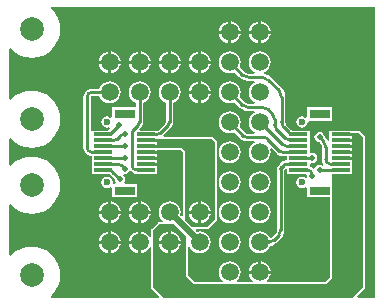
<source format=gtl>
G04*
G04 #@! TF.GenerationSoftware,Altium Limited,Altium Designer,18.1.7 (191)*
G04*
G04 Layer_Physical_Order=1*
G04 Layer_Color=255*
%FSLAX24Y24*%
%MOIN*%
G70*
G01*
G75*
%ADD14C,0.0236*%
%ADD16C,0.0100*%
%ADD17C,0.0100*%
%ADD18R,0.0630X0.0118*%
%ADD19R,0.0709X0.0315*%
%ADD20C,0.0200*%
%ADD21C,0.0591*%
%ADD22C,0.0787*%
%ADD23C,0.0200*%
G36*
X12350Y150D02*
X11766D01*
X11747Y196D01*
X12000Y450D01*
X12016Y473D01*
X12021Y500D01*
X12021Y5500D01*
X12016Y5527D01*
X12000Y5550D01*
X11850Y5700D01*
X11827Y5716D01*
X11800Y5721D01*
X11594D01*
X11585Y5720D01*
X10824D01*
Y5381D01*
X10774Y5371D01*
X10767Y5388D01*
X10700Y5475D01*
X10700Y5475D01*
X10671Y5513D01*
X10660Y5566D01*
X10623Y5623D01*
X10566Y5660D01*
X10500Y5673D01*
X10434Y5660D01*
X10377Y5623D01*
X10340Y5566D01*
X10327Y5500D01*
X10340Y5434D01*
X10377Y5377D01*
X10434Y5340D01*
X10500Y5327D01*
X10500Y5327D01*
X10526Y5301D01*
X10527Y5300D01*
X10565Y5244D01*
X10578Y5178D01*
X10578Y5176D01*
Y4756D01*
X10578Y4756D01*
X10587Y4686D01*
X10614Y4620D01*
X10597Y4560D01*
X10587Y4556D01*
X10566Y4570D01*
X10500Y4583D01*
X10434Y4570D01*
X10377Y4532D01*
X10340Y4476D01*
X10339Y4470D01*
X10306Y4458D01*
X10285Y4456D01*
X10233Y4495D01*
X10176Y4519D01*
Y4593D01*
X10226Y4634D01*
X10247Y4630D01*
X10313Y4643D01*
X10369Y4681D01*
X10407Y4737D01*
X10420Y4803D01*
X10407Y4869D01*
X10369Y4926D01*
X10313Y4963D01*
X10247Y4976D01*
X10226Y4972D01*
X10176Y5013D01*
Y5265D01*
Y5720D01*
X9613D01*
X9597Y5723D01*
X9556Y5750D01*
X9556Y5750D01*
X9390Y5916D01*
X9390Y5917D01*
X9362Y5958D01*
X9352Y6007D01*
X9352D01*
Y6846D01*
X9354D01*
X9339Y6955D01*
X9297Y7058D01*
X9229Y7145D01*
X9229Y7144D01*
X8874Y7499D01*
X8875Y7500D01*
X8788Y7567D01*
X8685Y7609D01*
X8652Y7614D01*
X8645Y7665D01*
X8684Y7681D01*
X8761Y7739D01*
X8819Y7816D01*
X8856Y7905D01*
X8868Y8000D01*
X8856Y8095D01*
X8819Y8184D01*
X8761Y8261D01*
X8684Y8319D01*
X8595Y8356D01*
X8500Y8368D01*
X8405Y8356D01*
X8316Y8319D01*
X8239Y8261D01*
X8181Y8184D01*
X8144Y8095D01*
X8132Y8000D01*
X8144Y7905D01*
X8181Y7816D01*
X8239Y7739D01*
X8316Y7681D01*
X8336Y7672D01*
X8327Y7622D01*
X8124D01*
X8122Y7622D01*
X8056Y7635D01*
X8000Y7673D01*
X7999Y7674D01*
X7830Y7843D01*
X7856Y7905D01*
X7868Y8000D01*
X7856Y8095D01*
X7819Y8184D01*
X7761Y8261D01*
X7684Y8319D01*
X7595Y8356D01*
X7500Y8368D01*
X7405Y8356D01*
X7316Y8319D01*
X7239Y8261D01*
X7181Y8184D01*
X7144Y8095D01*
X7132Y8000D01*
X7144Y7905D01*
X7181Y7816D01*
X7239Y7739D01*
X7316Y7681D01*
X7405Y7644D01*
X7500Y7632D01*
X7595Y7644D01*
X7657Y7670D01*
X7826Y7501D01*
X7825Y7500D01*
X7912Y7433D01*
X8015Y7391D01*
X8124Y7376D01*
Y7378D01*
X8327D01*
X8336Y7328D01*
X8316Y7319D01*
X8239Y7261D01*
X8181Y7184D01*
X8144Y7095D01*
X8132Y7000D01*
X8144Y6905D01*
X8181Y6816D01*
X8239Y6739D01*
X8316Y6681D01*
X8336Y6672D01*
X8327Y6622D01*
X8104D01*
Y6623D01*
X8055Y6632D01*
X8013Y6660D01*
X8013Y6660D01*
X7830Y6843D01*
X7856Y6905D01*
X7868Y7000D01*
X7856Y7095D01*
X7819Y7184D01*
X7761Y7261D01*
X7684Y7319D01*
X7595Y7356D01*
X7500Y7368D01*
X7405Y7356D01*
X7316Y7319D01*
X7239Y7261D01*
X7181Y7184D01*
X7144Y7095D01*
X7132Y7000D01*
X7144Y6905D01*
X7181Y6816D01*
X7239Y6739D01*
X7316Y6681D01*
X7405Y6644D01*
X7500Y6632D01*
X7595Y6644D01*
X7657Y6670D01*
X7840Y6487D01*
X7840Y6487D01*
X7840Y6486D01*
X7917Y6427D01*
X8007Y6390D01*
X8104Y6377D01*
Y6378D01*
X8327D01*
X8336Y6328D01*
X8316Y6319D01*
X8239Y6261D01*
X8181Y6184D01*
X8144Y6095D01*
X8132Y6000D01*
X8144Y5905D01*
X8181Y5816D01*
X8239Y5739D01*
X8316Y5681D01*
X8336Y5672D01*
X8327Y5622D01*
X8112D01*
X8062Y5623D01*
X8043Y5631D01*
X8007Y5666D01*
X7830Y5843D01*
X7856Y5905D01*
X7868Y6000D01*
X7856Y6095D01*
X7819Y6184D01*
X7761Y6261D01*
X7684Y6319D01*
X7595Y6356D01*
X7500Y6368D01*
X7405Y6356D01*
X7316Y6319D01*
X7239Y6261D01*
X7181Y6184D01*
X7144Y6095D01*
X7132Y6000D01*
X7144Y5905D01*
X7181Y5816D01*
X7239Y5739D01*
X7316Y5681D01*
X7405Y5644D01*
X7500Y5632D01*
X7595Y5644D01*
X7657Y5670D01*
X7870Y5457D01*
X7870Y5457D01*
X7926Y5414D01*
X7992Y5387D01*
X8062Y5378D01*
X8062Y5378D01*
X8327D01*
X8336Y5328D01*
X8316Y5319D01*
X8239Y5261D01*
X8181Y5184D01*
X8144Y5095D01*
X8132Y5000D01*
X8144Y4905D01*
X8181Y4816D01*
X8239Y4739D01*
X8316Y4681D01*
X8405Y4644D01*
X8500Y4632D01*
X8595Y4644D01*
X8684Y4681D01*
X8761Y4739D01*
X8819Y4816D01*
X8856Y4905D01*
X8868Y5000D01*
X8856Y5095D01*
X8852Y5104D01*
X8895Y5132D01*
X9070Y4957D01*
X9070Y4957D01*
X9126Y4914D01*
X9192Y4887D01*
X9262Y4878D01*
X9262Y4878D01*
X9406D01*
Y4769D01*
X9378Y4731D01*
X9292Y4714D01*
X9219Y4665D01*
X9220Y4664D01*
X9220Y4664D01*
X9178Y4621D01*
X9141Y4587D01*
X9141Y4587D01*
X9093Y4514D01*
X9076Y4429D01*
X9078D01*
Y2399D01*
X9077D01*
X9068Y2355D01*
X9043Y2316D01*
X9043Y2316D01*
X8917Y2190D01*
X8884Y2157D01*
X8822Y2176D01*
X8819Y2184D01*
X8761Y2261D01*
X8684Y2319D01*
X8595Y2356D01*
X8500Y2368D01*
X8405Y2356D01*
X8316Y2319D01*
X8239Y2261D01*
X8181Y2184D01*
X8144Y2095D01*
X8132Y2000D01*
X8144Y1905D01*
X8181Y1816D01*
X8239Y1739D01*
X8316Y1681D01*
X8405Y1644D01*
X8500Y1632D01*
X8595Y1644D01*
X8684Y1681D01*
X8761Y1739D01*
X8819Y1816D01*
X8847Y1883D01*
X8895Y1889D01*
X8982Y1926D01*
X9057Y1983D01*
X9057Y1984D01*
X9057Y1984D01*
X9216Y2143D01*
X9217Y2143D01*
X9274Y2218D01*
X9311Y2305D01*
X9323Y2399D01*
X9322D01*
Y4417D01*
X9324Y4421D01*
X9356Y4453D01*
X9406Y4433D01*
Y4280D01*
X10041D01*
X10080Y4230D01*
X10074Y4200D01*
X10081Y4163D01*
X10073Y4157D01*
X10035Y4139D01*
X9983Y4173D01*
X9909Y4188D01*
X9836Y4173D01*
X9774Y4132D01*
X9732Y4069D01*
X9718Y3996D01*
X9732Y3923D01*
X9774Y3860D01*
X9836Y3819D01*
X9909Y3804D01*
X9983Y3819D01*
X10026Y3847D01*
X10076Y3823D01*
Y3493D01*
X10829D01*
X10829Y830D01*
X10670Y671D01*
X8754D01*
X8737Y721D01*
X8761Y739D01*
X8819Y816D01*
X8856Y905D01*
X8862Y950D01*
X8500D01*
X8138D01*
X8144Y905D01*
X8181Y816D01*
X8239Y739D01*
X8263Y721D01*
X8246Y671D01*
X7754D01*
X7737Y721D01*
X7761Y739D01*
X7819Y816D01*
X7856Y905D01*
X7868Y1000D01*
X7856Y1095D01*
X7819Y1184D01*
X7761Y1261D01*
X7684Y1319D01*
X7595Y1356D01*
X7500Y1368D01*
X7405Y1356D01*
X7316Y1319D01*
X7239Y1261D01*
X7181Y1184D01*
X7144Y1095D01*
X7132Y1000D01*
X7144Y905D01*
X7181Y816D01*
X7239Y739D01*
X7263Y721D01*
X7246Y671D01*
X6330D01*
X6121Y880D01*
Y1829D01*
X6171Y1839D01*
X6181Y1816D01*
X6239Y1739D01*
X6316Y1681D01*
X6405Y1644D01*
X6500Y1632D01*
X6595Y1644D01*
X6684Y1681D01*
X6761Y1739D01*
X6819Y1816D01*
X6856Y1905D01*
X6868Y2000D01*
X6856Y2095D01*
X6819Y2184D01*
X6761Y2261D01*
X6684Y2319D01*
X6595Y2356D01*
X6500Y2368D01*
X6405Y2356D01*
X6399Y2354D01*
X6369Y2384D01*
X6387Y2429D01*
X6750Y2429D01*
X6777Y2434D01*
X6800Y2450D01*
X7050Y2700D01*
X7066Y2723D01*
X7071Y2750D01*
X7071Y5350D01*
X7066Y5377D01*
X7050Y5400D01*
X6950Y5500D01*
X6950Y5500D01*
X6927Y5516D01*
X6900Y5521D01*
X5315Y5521D01*
X5294Y5571D01*
X5543Y5820D01*
X5543Y5820D01*
X5543Y5820D01*
X5543Y5820D01*
X5586Y5876D01*
X5613Y5942D01*
X5622Y6012D01*
X5622Y6012D01*
Y6655D01*
X5684Y6681D01*
X5761Y6739D01*
X5819Y6816D01*
X5856Y6905D01*
X5868Y7000D01*
X5856Y7095D01*
X5819Y7184D01*
X5761Y7261D01*
X5684Y7319D01*
X5595Y7356D01*
X5500Y7368D01*
X5405Y7356D01*
X5316Y7319D01*
X5239Y7261D01*
X5181Y7184D01*
X5144Y7095D01*
X5132Y7000D01*
X5144Y6905D01*
X5181Y6816D01*
X5239Y6739D01*
X5316Y6681D01*
X5378Y6655D01*
Y6062D01*
X5377Y6012D01*
X5369Y5993D01*
X5334Y5957D01*
X5098Y5721D01*
X5098Y5721D01*
X5098Y5721D01*
X5093Y5720D01*
X4508D01*
X4489Y5766D01*
X4543Y5820D01*
X4543Y5820D01*
X4586Y5876D01*
X4613Y5942D01*
X4622Y6012D01*
X4622Y6012D01*
Y6655D01*
X4684Y6681D01*
X4761Y6739D01*
X4819Y6816D01*
X4856Y6905D01*
X4868Y7000D01*
X4856Y7095D01*
X4819Y7184D01*
X4761Y7261D01*
X4684Y7319D01*
X4595Y7356D01*
X4500Y7368D01*
X4405Y7356D01*
X4316Y7319D01*
X4239Y7261D01*
X4181Y7184D01*
X4144Y7095D01*
X4132Y7000D01*
X4144Y6905D01*
X4181Y6816D01*
X4239Y6739D01*
X4316Y6681D01*
X4378Y6655D01*
Y6507D01*
X3576D01*
Y6177D01*
X3526Y6153D01*
X3483Y6181D01*
X3409Y6196D01*
X3336Y6181D01*
X3274Y6140D01*
X3232Y6077D01*
X3218Y6004D01*
X3232Y5931D01*
X3274Y5868D01*
X3336Y5827D01*
X3409Y5812D01*
X3483Y5827D01*
X3483Y5827D01*
X3515Y5788D01*
X3457Y5730D01*
X3455Y5727D01*
X3437Y5720D01*
X2906D01*
X2872Y5756D01*
Y6850D01*
X2873D01*
X2881Y6869D01*
X2900Y6877D01*
Y6878D01*
X3155D01*
X3181Y6816D01*
X3239Y6739D01*
X3316Y6681D01*
X3405Y6644D01*
X3500Y6632D01*
X3595Y6644D01*
X3684Y6681D01*
X3761Y6739D01*
X3819Y6816D01*
X3856Y6905D01*
X3868Y7000D01*
X3856Y7095D01*
X3819Y7184D01*
X3761Y7261D01*
X3684Y7319D01*
X3595Y7356D01*
X3500Y7368D01*
X3405Y7356D01*
X3316Y7319D01*
X3239Y7261D01*
X3181Y7184D01*
X3155Y7122D01*
X2900D01*
X2900Y7122D01*
X2830Y7113D01*
X2764Y7086D01*
X2707Y7043D01*
X2664Y6986D01*
X2637Y6920D01*
X2628Y6850D01*
X2628Y6850D01*
Y5150D01*
X2628Y5150D01*
X2637Y5080D01*
X2664Y5014D01*
X2707Y4957D01*
X2764Y4914D01*
X2830Y4887D01*
X2900Y4878D01*
X2900Y4878D01*
X2906D01*
Y4674D01*
Y4280D01*
X3484D01*
X3502Y4273D01*
X3504Y4270D01*
X3674Y4100D01*
X3674Y4100D01*
X3687Y4034D01*
X3711Y3998D01*
X3686Y3948D01*
X3631D01*
X3599Y3987D01*
X3601Y3996D01*
X3587Y4069D01*
X3545Y4132D01*
X3483Y4173D01*
X3409Y4188D01*
X3336Y4173D01*
X3274Y4132D01*
X3232Y4069D01*
X3218Y3996D01*
X3232Y3923D01*
X3274Y3860D01*
X3336Y3819D01*
X3409Y3804D01*
X3483Y3819D01*
X3526Y3847D01*
X3576Y3823D01*
Y3493D01*
X4424D01*
Y3948D01*
X4009D01*
X3984Y3998D01*
X4007Y4034D01*
X4021Y4100D01*
X4007Y4166D01*
X3970Y4223D01*
X3950Y4236D01*
X3970Y4283D01*
X4000Y4277D01*
X4066Y4290D01*
X4123Y4327D01*
X4147Y4364D01*
X4205Y4371D01*
X4207Y4367D01*
X4264Y4324D01*
X4324Y4299D01*
Y4280D01*
X5094D01*
Y4556D01*
X4709D01*
Y4656D01*
X5094D01*
Y4674D01*
Y4753D01*
X4709D01*
Y4853D01*
X5094D01*
Y4950D01*
X4709D01*
Y5050D01*
X5094D01*
Y5069D01*
X5870D01*
X5929Y5010D01*
X5929Y2887D01*
X5884Y2869D01*
X5854Y2899D01*
X5856Y2905D01*
X5868Y3000D01*
X5856Y3095D01*
X5819Y3184D01*
X5761Y3261D01*
X5684Y3319D01*
X5595Y3356D01*
X5500Y3368D01*
X5405Y3356D01*
X5316Y3319D01*
X5239Y3261D01*
X5181Y3184D01*
X5144Y3095D01*
X5132Y3000D01*
X5144Y2905D01*
X5181Y2816D01*
X5239Y2739D01*
X5263Y2721D01*
X5246Y2671D01*
X5150D01*
X5123Y2666D01*
X5100Y2650D01*
X4900Y2450D01*
X4884Y2427D01*
X4879Y2400D01*
Y2171D01*
X4829Y2161D01*
X4819Y2184D01*
X4761Y2261D01*
X4684Y2319D01*
X4595Y2356D01*
X4550Y2362D01*
Y2000D01*
Y1638D01*
X4595Y1644D01*
X4684Y1681D01*
X4761Y1739D01*
X4819Y1816D01*
X4829Y1839D01*
X4879Y1829D01*
X4879Y500D01*
X4884Y473D01*
X4900Y450D01*
X5153Y196D01*
X5134Y150D01*
X1558D01*
X1541Y197D01*
X1575Y225D01*
X1694Y370D01*
X1782Y535D01*
X1836Y714D01*
X1855Y900D01*
X1836Y1086D01*
X1782Y1265D01*
X1694Y1430D01*
X1575Y1575D01*
X1430Y1694D01*
X1265Y1782D01*
X1086Y1836D01*
X900Y1855D01*
X714Y1836D01*
X535Y1782D01*
X370Y1694D01*
X225Y1575D01*
X197Y1541D01*
X150Y1558D01*
Y3242D01*
X197Y3259D01*
X225Y3225D01*
X370Y3106D01*
X535Y3018D01*
X714Y2964D01*
X900Y2945D01*
X1086Y2964D01*
X1265Y3018D01*
X1430Y3106D01*
X1575Y3225D01*
X1694Y3370D01*
X1782Y3535D01*
X1836Y3714D01*
X1855Y3900D01*
X1836Y4086D01*
X1782Y4265D01*
X1694Y4430D01*
X1575Y4575D01*
X1430Y4694D01*
X1265Y4782D01*
X1086Y4836D01*
X900Y4855D01*
X714Y4836D01*
X535Y4782D01*
X370Y4694D01*
X225Y4575D01*
X197Y4541D01*
X150Y4558D01*
Y5442D01*
X197Y5459D01*
X225Y5425D01*
X370Y5306D01*
X535Y5218D01*
X714Y5164D01*
X900Y5145D01*
X1086Y5164D01*
X1265Y5218D01*
X1430Y5306D01*
X1575Y5425D01*
X1694Y5570D01*
X1782Y5735D01*
X1836Y5914D01*
X1855Y6100D01*
X1836Y6286D01*
X1782Y6465D01*
X1694Y6630D01*
X1575Y6775D01*
X1430Y6894D01*
X1265Y6982D01*
X1086Y7036D01*
X900Y7055D01*
X714Y7036D01*
X535Y6982D01*
X370Y6894D01*
X225Y6775D01*
X197Y6741D01*
X150Y6758D01*
Y8442D01*
X197Y8459D01*
X225Y8425D01*
X370Y8306D01*
X535Y8218D01*
X714Y8164D01*
X900Y8145D01*
X1086Y8164D01*
X1265Y8218D01*
X1430Y8306D01*
X1575Y8425D01*
X1694Y8570D01*
X1782Y8735D01*
X1836Y8914D01*
X1855Y9100D01*
X1836Y9286D01*
X1782Y9465D01*
X1694Y9630D01*
X1575Y9775D01*
X1541Y9803D01*
X1558Y9850D01*
X12350D01*
Y150D01*
D02*
G37*
G36*
X6900Y5450D02*
X7000Y5350D01*
X7000Y2750D01*
X6750Y2500D01*
X6250Y2500D01*
X6000Y2750D01*
X6000Y5040D01*
X5900Y5140D01*
X5094D01*
Y5147D01*
X4709D01*
Y5247D01*
X5094D01*
Y5265D01*
Y5344D01*
X4709D01*
Y5444D01*
X5094D01*
Y5450D01*
X6900Y5450D01*
D02*
G37*
G36*
X11800Y5650D02*
X11950Y5500D01*
X11950Y500D01*
X11600Y150D01*
X5300D01*
X4950Y500D01*
X4950Y2400D01*
X5150Y2600D01*
X5655D01*
X6050Y2205D01*
Y850D01*
X6300Y600D01*
X10700D01*
X10900Y800D01*
X10900Y3493D01*
X10924D01*
Y3948D01*
X10900D01*
Y4280D01*
X11594D01*
Y4477D01*
Y4674D01*
Y4753D01*
X11209D01*
Y4853D01*
X11594D01*
Y4871D01*
Y4950D01*
X11209D01*
Y5050D01*
X11594D01*
Y5068D01*
Y5147D01*
X11209D01*
Y5247D01*
X11594D01*
Y5265D01*
Y5344D01*
X11209D01*
Y5444D01*
X11594D01*
Y5462D01*
Y5541D01*
X11209D01*
Y5641D01*
X11594D01*
Y5650D01*
X11800D01*
D02*
G37*
%LPC*%
G36*
X8550Y9362D02*
Y9050D01*
X8862D01*
X8856Y9095D01*
X8819Y9184D01*
X8761Y9261D01*
X8684Y9319D01*
X8595Y9356D01*
X8550Y9362D01*
D02*
G37*
G36*
X7550D02*
Y9050D01*
X7862D01*
X7856Y9095D01*
X7819Y9184D01*
X7761Y9261D01*
X7684Y9319D01*
X7595Y9356D01*
X7550Y9362D01*
D02*
G37*
G36*
X8450D02*
X8405Y9356D01*
X8316Y9319D01*
X8239Y9261D01*
X8181Y9184D01*
X8144Y9095D01*
X8138Y9050D01*
X8450D01*
Y9362D01*
D02*
G37*
G36*
X7450D02*
X7405Y9356D01*
X7316Y9319D01*
X7239Y9261D01*
X7181Y9184D01*
X7144Y9095D01*
X7138Y9050D01*
X7450D01*
Y9362D01*
D02*
G37*
G36*
X8862Y8950D02*
X8550D01*
Y8638D01*
X8595Y8644D01*
X8684Y8681D01*
X8761Y8739D01*
X8819Y8816D01*
X8856Y8905D01*
X8862Y8950D01*
D02*
G37*
G36*
X7862D02*
X7550D01*
Y8638D01*
X7595Y8644D01*
X7684Y8681D01*
X7761Y8739D01*
X7819Y8816D01*
X7856Y8905D01*
X7862Y8950D01*
D02*
G37*
G36*
X8450D02*
X8138D01*
X8144Y8905D01*
X8181Y8816D01*
X8239Y8739D01*
X8316Y8681D01*
X8405Y8644D01*
X8450Y8638D01*
Y8950D01*
D02*
G37*
G36*
X7450D02*
X7138D01*
X7144Y8905D01*
X7181Y8816D01*
X7239Y8739D01*
X7316Y8681D01*
X7405Y8644D01*
X7450Y8638D01*
Y8950D01*
D02*
G37*
G36*
X6550Y8362D02*
Y8050D01*
X6862D01*
X6856Y8095D01*
X6819Y8184D01*
X6761Y8261D01*
X6684Y8319D01*
X6595Y8356D01*
X6550Y8362D01*
D02*
G37*
G36*
X6450D02*
X6405Y8356D01*
X6316Y8319D01*
X6239Y8261D01*
X6181Y8184D01*
X6144Y8095D01*
X6138Y8050D01*
X6450D01*
Y8362D01*
D02*
G37*
G36*
X5550D02*
Y8050D01*
X5862D01*
X5856Y8095D01*
X5819Y8184D01*
X5761Y8261D01*
X5684Y8319D01*
X5595Y8356D01*
X5550Y8362D01*
D02*
G37*
G36*
X5450D02*
X5405Y8356D01*
X5316Y8319D01*
X5239Y8261D01*
X5181Y8184D01*
X5144Y8095D01*
X5138Y8050D01*
X5450D01*
Y8362D01*
D02*
G37*
G36*
X4550D02*
Y8050D01*
X4862D01*
X4856Y8095D01*
X4819Y8184D01*
X4761Y8261D01*
X4684Y8319D01*
X4595Y8356D01*
X4550Y8362D01*
D02*
G37*
G36*
X4450D02*
X4405Y8356D01*
X4316Y8319D01*
X4239Y8261D01*
X4181Y8184D01*
X4144Y8095D01*
X4138Y8050D01*
X4450D01*
Y8362D01*
D02*
G37*
G36*
X3550D02*
Y8050D01*
X3862D01*
X3856Y8095D01*
X3819Y8184D01*
X3761Y8261D01*
X3684Y8319D01*
X3595Y8356D01*
X3550Y8362D01*
D02*
G37*
G36*
X3450D02*
X3405Y8356D01*
X3316Y8319D01*
X3239Y8261D01*
X3181Y8184D01*
X3144Y8095D01*
X3138Y8050D01*
X3450D01*
Y8362D01*
D02*
G37*
G36*
X6862Y7950D02*
X6550D01*
Y7638D01*
X6595Y7644D01*
X6684Y7681D01*
X6761Y7739D01*
X6819Y7816D01*
X6856Y7905D01*
X6862Y7950D01*
D02*
G37*
G36*
X6450D02*
X6138D01*
X6144Y7905D01*
X6181Y7816D01*
X6239Y7739D01*
X6316Y7681D01*
X6405Y7644D01*
X6450Y7638D01*
Y7950D01*
D02*
G37*
G36*
X5862D02*
X5550D01*
Y7638D01*
X5595Y7644D01*
X5684Y7681D01*
X5761Y7739D01*
X5819Y7816D01*
X5856Y7905D01*
X5862Y7950D01*
D02*
G37*
G36*
X5450D02*
X5138D01*
X5144Y7905D01*
X5181Y7816D01*
X5239Y7739D01*
X5316Y7681D01*
X5405Y7644D01*
X5450Y7638D01*
Y7950D01*
D02*
G37*
G36*
X4862D02*
X4550D01*
Y7638D01*
X4595Y7644D01*
X4684Y7681D01*
X4761Y7739D01*
X4819Y7816D01*
X4856Y7905D01*
X4862Y7950D01*
D02*
G37*
G36*
X4450D02*
X4138D01*
X4144Y7905D01*
X4181Y7816D01*
X4239Y7739D01*
X4316Y7681D01*
X4405Y7644D01*
X4450Y7638D01*
Y7950D01*
D02*
G37*
G36*
X3862D02*
X3550D01*
Y7638D01*
X3595Y7644D01*
X3684Y7681D01*
X3761Y7739D01*
X3819Y7816D01*
X3856Y7905D01*
X3862Y7950D01*
D02*
G37*
G36*
X3450D02*
X3138D01*
X3144Y7905D01*
X3181Y7816D01*
X3239Y7739D01*
X3316Y7681D01*
X3405Y7644D01*
X3450Y7638D01*
Y7950D01*
D02*
G37*
G36*
X6550Y7362D02*
Y7050D01*
X6862D01*
X6856Y7095D01*
X6819Y7184D01*
X6761Y7261D01*
X6684Y7319D01*
X6595Y7356D01*
X6550Y7362D01*
D02*
G37*
G36*
X6450D02*
X6405Y7356D01*
X6316Y7319D01*
X6239Y7261D01*
X6181Y7184D01*
X6144Y7095D01*
X6138Y7050D01*
X6450D01*
Y7362D01*
D02*
G37*
G36*
X6862Y6950D02*
X6550D01*
Y6638D01*
X6595Y6644D01*
X6684Y6681D01*
X6761Y6739D01*
X6819Y6816D01*
X6856Y6905D01*
X6862Y6950D01*
D02*
G37*
G36*
X6450D02*
X6138D01*
X6144Y6905D01*
X6181Y6816D01*
X6239Y6739D01*
X6316Y6681D01*
X6405Y6644D01*
X6450Y6638D01*
Y6950D01*
D02*
G37*
G36*
X10924Y6507D02*
X10076D01*
Y6177D01*
X10026Y6153D01*
X9983Y6181D01*
X9909Y6196D01*
X9836Y6181D01*
X9774Y6140D01*
X9732Y6077D01*
X9718Y6004D01*
X9732Y5931D01*
X9774Y5868D01*
X9836Y5827D01*
X9909Y5812D01*
X9983Y5827D01*
X10045Y5868D01*
X10087Y5931D01*
X10101Y6004D01*
X10099Y6013D01*
X10131Y6052D01*
X10924D01*
Y6507D01*
D02*
G37*
G36*
X7500Y5368D02*
X7405Y5356D01*
X7316Y5319D01*
X7239Y5261D01*
X7181Y5184D01*
X7144Y5095D01*
X7132Y5000D01*
X7144Y4905D01*
X7181Y4816D01*
X7239Y4739D01*
X7316Y4681D01*
X7405Y4644D01*
X7500Y4632D01*
X7595Y4644D01*
X7684Y4681D01*
X7761Y4739D01*
X7819Y4816D01*
X7856Y4905D01*
X7868Y5000D01*
X7856Y5095D01*
X7819Y5184D01*
X7761Y5261D01*
X7684Y5319D01*
X7595Y5356D01*
X7500Y5368D01*
D02*
G37*
G36*
X8500Y4368D02*
X8405Y4356D01*
X8316Y4319D01*
X8239Y4261D01*
X8181Y4184D01*
X8144Y4095D01*
X8132Y4000D01*
X8144Y3905D01*
X8181Y3816D01*
X8239Y3739D01*
X8316Y3681D01*
X8405Y3644D01*
X8500Y3632D01*
X8595Y3644D01*
X8684Y3681D01*
X8761Y3739D01*
X8819Y3816D01*
X8856Y3905D01*
X8868Y4000D01*
X8856Y4095D01*
X8819Y4184D01*
X8761Y4261D01*
X8684Y4319D01*
X8595Y4356D01*
X8500Y4368D01*
D02*
G37*
G36*
X7500D02*
X7405Y4356D01*
X7316Y4319D01*
X7239Y4261D01*
X7181Y4184D01*
X7144Y4095D01*
X7132Y4000D01*
X7144Y3905D01*
X7181Y3816D01*
X7239Y3739D01*
X7316Y3681D01*
X7405Y3644D01*
X7500Y3632D01*
X7595Y3644D01*
X7684Y3681D01*
X7761Y3739D01*
X7819Y3816D01*
X7856Y3905D01*
X7868Y4000D01*
X7856Y4095D01*
X7819Y4184D01*
X7761Y4261D01*
X7684Y4319D01*
X7595Y4356D01*
X7500Y4368D01*
D02*
G37*
G36*
X4550Y3362D02*
Y3050D01*
X4862D01*
X4856Y3095D01*
X4819Y3184D01*
X4761Y3261D01*
X4684Y3319D01*
X4595Y3356D01*
X4550Y3362D01*
D02*
G37*
G36*
X3550D02*
Y3050D01*
X3862D01*
X3856Y3095D01*
X3819Y3184D01*
X3761Y3261D01*
X3684Y3319D01*
X3595Y3356D01*
X3550Y3362D01*
D02*
G37*
G36*
X4450D02*
X4405Y3356D01*
X4316Y3319D01*
X4239Y3261D01*
X4181Y3184D01*
X4144Y3095D01*
X4138Y3050D01*
X4450D01*
Y3362D01*
D02*
G37*
G36*
X3450D02*
X3405Y3356D01*
X3316Y3319D01*
X3239Y3261D01*
X3181Y3184D01*
X3144Y3095D01*
X3138Y3050D01*
X3450D01*
Y3362D01*
D02*
G37*
G36*
X4862Y2950D02*
X4550D01*
Y2638D01*
X4595Y2644D01*
X4684Y2681D01*
X4761Y2739D01*
X4819Y2816D01*
X4856Y2905D01*
X4862Y2950D01*
D02*
G37*
G36*
X3862D02*
X3550D01*
Y2638D01*
X3595Y2644D01*
X3684Y2681D01*
X3761Y2739D01*
X3819Y2816D01*
X3856Y2905D01*
X3862Y2950D01*
D02*
G37*
G36*
X4450D02*
X4138D01*
X4144Y2905D01*
X4181Y2816D01*
X4239Y2739D01*
X4316Y2681D01*
X4405Y2644D01*
X4450Y2638D01*
Y2950D01*
D02*
G37*
G36*
X3450D02*
X3138D01*
X3144Y2905D01*
X3181Y2816D01*
X3239Y2739D01*
X3316Y2681D01*
X3405Y2644D01*
X3450Y2638D01*
Y2950D01*
D02*
G37*
G36*
X8500Y3368D02*
X8405Y3356D01*
X8316Y3319D01*
X8239Y3261D01*
X8181Y3184D01*
X8144Y3095D01*
X8132Y3000D01*
X8144Y2905D01*
X8181Y2816D01*
X8239Y2739D01*
X8316Y2681D01*
X8405Y2644D01*
X8500Y2632D01*
X8595Y2644D01*
X8684Y2681D01*
X8761Y2739D01*
X8819Y2816D01*
X8856Y2905D01*
X8868Y3000D01*
X8856Y3095D01*
X8819Y3184D01*
X8761Y3261D01*
X8684Y3319D01*
X8595Y3356D01*
X8500Y3368D01*
D02*
G37*
G36*
X7500D02*
X7405Y3356D01*
X7316Y3319D01*
X7239Y3261D01*
X7181Y3184D01*
X7144Y3095D01*
X7132Y3000D01*
X7144Y2905D01*
X7181Y2816D01*
X7239Y2739D01*
X7316Y2681D01*
X7405Y2644D01*
X7500Y2632D01*
X7595Y2644D01*
X7684Y2681D01*
X7761Y2739D01*
X7819Y2816D01*
X7856Y2905D01*
X7868Y3000D01*
X7856Y3095D01*
X7819Y3184D01*
X7761Y3261D01*
X7684Y3319D01*
X7595Y3356D01*
X7500Y3368D01*
D02*
G37*
G36*
X3550Y2362D02*
Y2050D01*
X3862D01*
X3856Y2095D01*
X3819Y2184D01*
X3761Y2261D01*
X3684Y2319D01*
X3595Y2356D01*
X3550Y2362D01*
D02*
G37*
G36*
X3450D02*
X3405Y2356D01*
X3316Y2319D01*
X3239Y2261D01*
X3181Y2184D01*
X3144Y2095D01*
X3138Y2050D01*
X3450D01*
Y2362D01*
D02*
G37*
G36*
X4450D02*
X4405Y2356D01*
X4316Y2319D01*
X4239Y2261D01*
X4181Y2184D01*
X4144Y2095D01*
X4138Y2050D01*
X4450D01*
Y2362D01*
D02*
G37*
G36*
X3862Y1950D02*
X3550D01*
Y1638D01*
X3595Y1644D01*
X3684Y1681D01*
X3761Y1739D01*
X3819Y1816D01*
X3856Y1905D01*
X3862Y1950D01*
D02*
G37*
G36*
X4450D02*
X4138D01*
X4144Y1905D01*
X4181Y1816D01*
X4239Y1739D01*
X4316Y1681D01*
X4405Y1644D01*
X4450Y1638D01*
Y1950D01*
D02*
G37*
G36*
X3450D02*
X3138D01*
X3144Y1905D01*
X3181Y1816D01*
X3239Y1739D01*
X3316Y1681D01*
X3405Y1644D01*
X3450Y1638D01*
Y1950D01*
D02*
G37*
G36*
X7500Y2368D02*
X7405Y2356D01*
X7316Y2319D01*
X7239Y2261D01*
X7181Y2184D01*
X7144Y2095D01*
X7132Y2000D01*
X7144Y1905D01*
X7181Y1816D01*
X7239Y1739D01*
X7316Y1681D01*
X7405Y1644D01*
X7500Y1632D01*
X7595Y1644D01*
X7684Y1681D01*
X7761Y1739D01*
X7819Y1816D01*
X7856Y1905D01*
X7868Y2000D01*
X7856Y2095D01*
X7819Y2184D01*
X7761Y2261D01*
X7684Y2319D01*
X7595Y2356D01*
X7500Y2368D01*
D02*
G37*
G36*
X8550Y1362D02*
Y1050D01*
X8862D01*
X8856Y1095D01*
X8819Y1184D01*
X8761Y1261D01*
X8684Y1319D01*
X8595Y1356D01*
X8550Y1362D01*
D02*
G37*
G36*
X8450D02*
X8405Y1356D01*
X8316Y1319D01*
X8239Y1261D01*
X8181Y1184D01*
X8144Y1095D01*
X8138Y1050D01*
X8450D01*
Y1362D01*
D02*
G37*
G36*
X6550Y3362D02*
Y3050D01*
X6862D01*
X6856Y3095D01*
X6819Y3184D01*
X6761Y3261D01*
X6684Y3319D01*
X6595Y3356D01*
X6550Y3362D01*
D02*
G37*
G36*
X6450D02*
X6405Y3356D01*
X6316Y3319D01*
X6239Y3261D01*
X6181Y3184D01*
X6144Y3095D01*
X6138Y3050D01*
X6450D01*
Y3362D01*
D02*
G37*
G36*
X6862Y2950D02*
X6550D01*
Y2638D01*
X6595Y2644D01*
X6684Y2681D01*
X6761Y2739D01*
X6819Y2816D01*
X6856Y2905D01*
X6862Y2950D01*
D02*
G37*
G36*
X6450D02*
X6138D01*
X6144Y2905D01*
X6181Y2816D01*
X6239Y2739D01*
X6316Y2681D01*
X6405Y2644D01*
X6450Y2638D01*
Y2950D01*
D02*
G37*
G36*
X5550Y2362D02*
Y2050D01*
X5862D01*
X5856Y2095D01*
X5819Y2184D01*
X5761Y2261D01*
X5684Y2319D01*
X5595Y2356D01*
X5550Y2362D01*
D02*
G37*
G36*
X5450D02*
X5405Y2356D01*
X5316Y2319D01*
X5239Y2261D01*
X5181Y2184D01*
X5144Y2095D01*
X5138Y2050D01*
X5450D01*
Y2362D01*
D02*
G37*
G36*
X5862Y1950D02*
X5550D01*
Y1638D01*
X5595Y1644D01*
X5684Y1681D01*
X5761Y1739D01*
X5819Y1816D01*
X5856Y1905D01*
X5862Y1950D01*
D02*
G37*
G36*
X5450D02*
X5138D01*
X5144Y1905D01*
X5181Y1816D01*
X5239Y1739D01*
X5316Y1681D01*
X5405Y1644D01*
X5450Y1638D01*
Y1950D01*
D02*
G37*
%LPD*%
D14*
X9909Y6004D02*
D03*
Y3996D02*
D03*
X3409Y6004D02*
D03*
Y3996D02*
D03*
D16*
X7912Y7588D02*
G03*
X8124Y7500I212J212D01*
G01*
X8788Y7412D02*
G03*
X8576Y7500I-212J-212D01*
G01*
X9230Y6846D02*
G03*
X9142Y7058I-300J0D01*
G01*
X9156Y5044D02*
G03*
X9262Y5000I106J106D01*
G01*
X7956Y5544D02*
G03*
X8062Y5500I106J106D01*
G01*
X8744Y5456D02*
G03*
X8638Y5500I-106J-106D01*
G01*
X2900Y7000D02*
G03*
X2750Y6850I0J-150D01*
G01*
Y5150D02*
G03*
X2900Y5000I150J0D01*
G01*
X5456Y5906D02*
G03*
X5500Y6012I-106J106D01*
G01*
X5078Y5591D02*
G03*
X5184Y5634I0J150D01*
G01*
X4456Y5906D02*
G03*
X4500Y6012I-106J106D01*
G01*
X4294Y5744D02*
G03*
X4250Y5638I106J-106D01*
G01*
Y4559D02*
G03*
X4400Y4409I150J0D01*
G01*
X3896Y4554D02*
G03*
X3769Y4606I-127J-127D01*
G01*
X3591Y4357D02*
G03*
X3463Y4409I-127J-127D01*
G01*
X3416Y5591D02*
G03*
X3543Y5643I0J180D01*
G01*
X3631Y5394D02*
G03*
X3758Y5446I0J180D01*
G01*
X3986Y5600D02*
G03*
X3859Y5547I0J-180D01*
G01*
X8801Y2000D02*
G03*
X8970Y2070I0J240D01*
G01*
X9130Y2230D02*
G03*
X9200Y2399I-170J170D01*
G01*
X9378Y4606D02*
G03*
X9307Y4577I0J-100D01*
G01*
X9229Y4499D02*
G03*
X9200Y4429I71J-71D01*
G01*
X10247Y4259D02*
G03*
X10097Y4409I-150J0D01*
G01*
X10700Y5176D02*
G03*
X10612Y5388I-300J0D01*
G01*
X10700Y4756D02*
G03*
X10850Y4606I150J0D01*
G01*
X7927Y6573D02*
G03*
X8104Y6500I177J177D01*
G01*
X8773Y6427D02*
G03*
X8596Y6500I-177J-177D01*
G01*
X9000Y6096D02*
G03*
X8927Y6273I-250J0D01*
G01*
X9000Y5904D02*
G03*
X9073Y5727I250J0D01*
G01*
X9333Y5467D02*
G03*
X9510Y5394I177J177D01*
G01*
X9230Y6007D02*
G03*
X9303Y5830I250J0D01*
G01*
X9469Y5664D02*
G03*
X9646Y5591I177J177D01*
G01*
X9230Y5270D02*
G03*
X9407Y5197I177J177D01*
G01*
X9230Y6007D02*
Y6846D01*
X8124Y7500D02*
X8576D01*
X7500Y8000D02*
X7912Y7588D01*
X8788Y7412D02*
X9142Y7058D01*
X9156Y5044D02*
X9156Y5044D01*
X8744Y5456D02*
X9156Y5044D01*
X8744Y5456D02*
X8744Y5456D01*
X9262Y5000D02*
X9791D01*
X7956Y5544D02*
X7956Y5544D01*
X7500Y6000D02*
X7956Y5544D01*
X8062Y5500D02*
X8638D01*
X2900Y7000D02*
X3500D01*
X2750Y5150D02*
Y6850D01*
X2900Y5000D02*
X3291D01*
X5456Y5906D02*
X5456Y5906D01*
X5184Y5634D02*
X5456Y5906D01*
X5184Y5634D02*
X5184Y5634D01*
X4709Y5591D02*
X5078D01*
X5500Y6012D02*
Y7000D01*
X4456Y5906D02*
X4456Y5906D01*
X4294Y5744D02*
X4456Y5906D01*
X4294Y5744D02*
X4294Y5744D01*
X4250Y4559D02*
Y5638D01*
X4400Y4409D02*
X4709D01*
X4500Y6012D02*
Y7000D01*
X3896Y4554D02*
X4000Y4450D01*
X3291Y4606D02*
X3769D01*
X3291Y4409D02*
X3463D01*
X3591Y4357D02*
X3847Y4100D01*
X3291Y5591D02*
X3416D01*
X3543Y5643D02*
X3800Y5900D01*
X3291Y5394D02*
X3631D01*
X3986Y5600D02*
X4000D01*
X3758Y5446D02*
X3859Y5547D01*
X8500Y2000D02*
X8801D01*
X8970Y2070D02*
X9130Y2230D01*
X9200Y2399D02*
Y4429D01*
X9378Y4606D02*
X9791D01*
X9229Y4499D02*
X9307Y4577D01*
X10247Y4200D02*
Y4259D01*
X9791Y4409D02*
X10097D01*
X10700Y4756D02*
Y5176D01*
X10500Y5500D02*
X10612Y5388D01*
X10850Y4606D02*
X11209D01*
X10500Y4409D02*
X11209D01*
X8104Y6500D02*
X8596D01*
X8773Y6427D02*
X8927Y6273D01*
X9000Y5904D02*
Y6096D01*
X9073Y5727D02*
X9333Y5467D01*
X9510Y5394D02*
X9791D01*
X7500Y7000D02*
X7927Y6573D01*
X9303Y5830D02*
X9469Y5664D01*
X9646Y5591D02*
X9791D01*
X9407Y5197D02*
X9791D01*
X8500Y6000D02*
X9230Y5270D01*
X3291Y5197D02*
X3997D01*
X4000Y5200D01*
X3291Y4803D02*
X4000D01*
X9791D02*
X10247D01*
D17*
X9156Y5044D02*
D03*
X7956Y5544D02*
D03*
X8744Y5456D02*
D03*
X5456Y5906D02*
D03*
X5184Y5634D02*
D03*
X4456Y5906D02*
D03*
X4294Y5744D02*
D03*
D18*
X9791Y5000D02*
D03*
Y4803D02*
D03*
Y4606D02*
D03*
Y4409D02*
D03*
Y5197D02*
D03*
Y5394D02*
D03*
Y5591D02*
D03*
X11209Y5000D02*
D03*
Y4803D02*
D03*
Y4606D02*
D03*
Y4409D02*
D03*
Y5197D02*
D03*
Y5394D02*
D03*
Y5591D02*
D03*
X3291Y5000D02*
D03*
Y4803D02*
D03*
Y4606D02*
D03*
Y4409D02*
D03*
Y5197D02*
D03*
Y5394D02*
D03*
Y5591D02*
D03*
X4709Y5000D02*
D03*
Y4803D02*
D03*
Y4606D02*
D03*
Y4409D02*
D03*
Y5197D02*
D03*
Y5394D02*
D03*
Y5591D02*
D03*
D19*
X10500Y3720D02*
D03*
Y6280D02*
D03*
X4000Y3720D02*
D03*
Y6280D02*
D03*
D20*
X5500Y3000D02*
X6500Y2000D01*
D21*
D03*
X5500D02*
D03*
X4500D02*
D03*
X3500D02*
D03*
Y3000D02*
D03*
X4500D02*
D03*
X5500D02*
D03*
X6500D02*
D03*
X3500Y7000D02*
D03*
X4500D02*
D03*
X5500D02*
D03*
X6500D02*
D03*
Y8000D02*
D03*
X5500D02*
D03*
X4500D02*
D03*
X3500D02*
D03*
X8500D02*
D03*
Y7000D02*
D03*
Y6000D02*
D03*
Y5000D02*
D03*
Y4000D02*
D03*
Y3000D02*
D03*
Y2000D02*
D03*
Y1000D02*
D03*
X7500D02*
D03*
Y2000D02*
D03*
Y3000D02*
D03*
Y4000D02*
D03*
Y5000D02*
D03*
Y6000D02*
D03*
Y7000D02*
D03*
Y8000D02*
D03*
Y9000D02*
D03*
X8500D02*
D03*
D22*
X900Y9100D02*
D03*
Y6100D02*
D03*
Y3900D02*
D03*
Y900D02*
D03*
D23*
X4000Y4450D02*
D03*
X3847Y4100D02*
D03*
X3800Y5900D02*
D03*
X4000Y5600D02*
D03*
X10247Y4200D02*
D03*
X10500Y5500D02*
D03*
Y4409D02*
D03*
X4000Y5200D02*
D03*
Y4803D02*
D03*
X10247D02*
D03*
M02*

</source>
